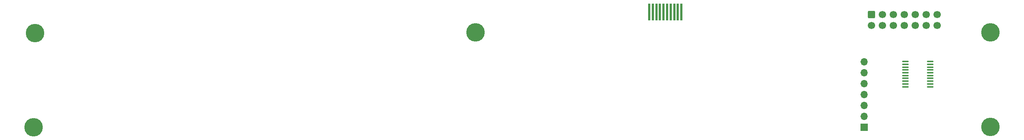
<source format=gbr>
%TF.GenerationSoftware,KiCad,Pcbnew,(6.0.2)*%
%TF.CreationDate,2022-03-02T09:08:08+03:00*%
%TF.ProjectId,Steel_form_Dish_washer PART 2,53746565-6c5f-4666-9f72-6d5f44697368,rev?*%
%TF.SameCoordinates,Original*%
%TF.FileFunction,Soldermask,Bot*%
%TF.FilePolarity,Negative*%
%FSLAX46Y46*%
G04 Gerber Fmt 4.6, Leading zero omitted, Abs format (unit mm)*
G04 Created by KiCad (PCBNEW (6.0.2)) date 2022-03-02 09:08:08*
%MOMM*%
%LPD*%
G01*
G04 APERTURE LIST*
G04 Aperture macros list*
%AMRoundRect*
0 Rectangle with rounded corners*
0 $1 Rounding radius*
0 $2 $3 $4 $5 $6 $7 $8 $9 X,Y pos of 4 corners*
0 Add a 4 corners polygon primitive as box body*
4,1,4,$2,$3,$4,$5,$6,$7,$8,$9,$2,$3,0*
0 Add four circle primitives for the rounded corners*
1,1,$1+$1,$2,$3*
1,1,$1+$1,$4,$5*
1,1,$1+$1,$6,$7*
1,1,$1+$1,$8,$9*
0 Add four rect primitives between the rounded corners*
20,1,$1+$1,$2,$3,$4,$5,0*
20,1,$1+$1,$4,$5,$6,$7,0*
20,1,$1+$1,$6,$7,$8,$9,0*
20,1,$1+$1,$8,$9,$2,$3,0*%
G04 Aperture macros list end*
%ADD10C,4.300000*%
%ADD11R,1.700000X1.700000*%
%ADD12O,1.700000X1.700000*%
%ADD13RoundRect,0.100000X0.637500X0.100000X-0.637500X0.100000X-0.637500X-0.100000X0.637500X-0.100000X0*%
%ADD14RoundRect,0.250000X-0.600000X0.600000X-0.600000X-0.600000X0.600000X-0.600000X0.600000X0.600000X0*%
%ADD15C,1.700000*%
%ADD16R,0.500000X4.000000*%
G04 APERTURE END LIST*
D10*
%TO.C,H8*%
X84200000Y-228250000D03*
%TD*%
%TO.C,H9*%
X186400000Y-228150000D03*
%TD*%
%TO.C,H6*%
X305900000Y-228150000D03*
%TD*%
%TO.C,H5*%
X83900000Y-250250000D03*
%TD*%
%TO.C,H7*%
X305900000Y-250150000D03*
%TD*%
D11*
%TO.C,J19*%
X276600000Y-250250000D03*
D12*
X276600000Y-247710000D03*
X276600000Y-245170000D03*
X276600000Y-242630000D03*
X276600000Y-240090000D03*
X276600000Y-237550000D03*
X276600000Y-235010000D03*
%TD*%
D13*
%TO.C,U9*%
X291912500Y-234925000D03*
X291912500Y-235575000D03*
X291912500Y-236225000D03*
X291912500Y-236875000D03*
X291912500Y-237525000D03*
X291912500Y-238175000D03*
X291912500Y-238825000D03*
X291912500Y-239475000D03*
X291912500Y-240125000D03*
X291912500Y-240775000D03*
X286187500Y-240775000D03*
X286187500Y-240125000D03*
X286187500Y-239475000D03*
X286187500Y-238825000D03*
X286187500Y-238175000D03*
X286187500Y-237525000D03*
X286187500Y-236875000D03*
X286187500Y-236225000D03*
X286187500Y-235575000D03*
X286187500Y-234925000D03*
%TD*%
D14*
%TO.C,J18*%
X278300000Y-223950000D03*
D15*
X278300000Y-226490000D03*
X280840000Y-223950000D03*
X280840000Y-226490000D03*
X283380000Y-223950000D03*
X283380000Y-226490000D03*
X285920000Y-223950000D03*
X285920000Y-226490000D03*
X288460000Y-223950000D03*
X288460000Y-226490000D03*
X291000000Y-223950000D03*
X291000000Y-226490000D03*
X293540000Y-223950000D03*
X293540000Y-226490000D03*
%TD*%
D16*
%TO.C,J20*%
X234175000Y-223375000D03*
X233345000Y-223375000D03*
X232515000Y-223375000D03*
X231685000Y-223375000D03*
X230855000Y-223375000D03*
X230025000Y-223375000D03*
X229195000Y-223375000D03*
X228365000Y-223375000D03*
X227535000Y-223375000D03*
X226705000Y-223375000D03*
%TD*%
M02*

</source>
